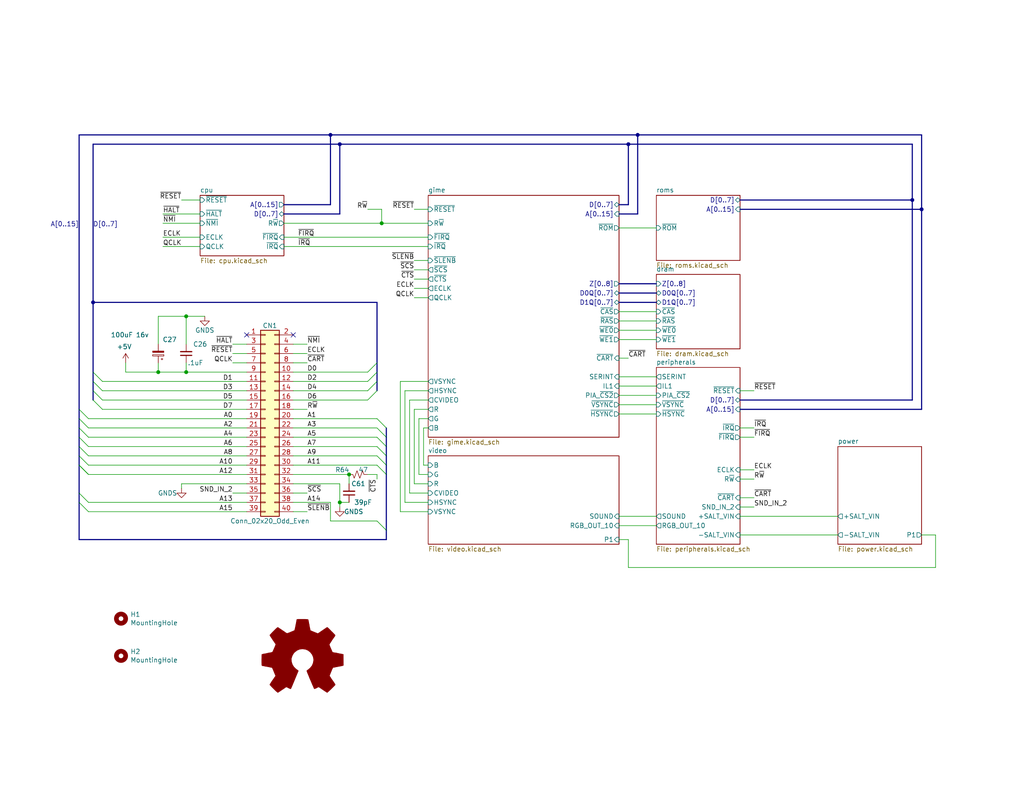
<source format=kicad_sch>
(kicad_sch (version 20230121) (generator eeschema)
  (paper "A")
  (title_block (title "TRS-80 Color Computer 3 (26-3334)") (date "2023-11-04") (rev "1.0.2") (company "Tandy Corporation") (comment 2 "& Color Computer 3 Revised Schematic (Ty Sopko).pdf") (comment 3 "Based on  Color Computer 3 Service Manual (Tandy).pdf") (comment 4 "Kicad schematic capture by Rocky Hill"))
  (lib_symbols
    (symbol "Connector_Generic:Conn_02x20_Odd_Even" (pin_names (offset 1.016) hide)
      (property "Reference" "J" (at 1.27 25.4 0))
      (property "Value" "Conn_02x20_Odd_Even" (at 1.27 -27.94 0))
      (symbol "Conn_02x20_Odd_Even_1_1"
        (rectangle (start -1.27 -25.273) (end 0 -25.527) (stroke (width 0.1524)))
        (rectangle (start -1.27 -22.733) (end 0 -22.987) (stroke (width 0.1524)))
        (rectangle (start -1.27 -20.193) (end 0 -20.447) (stroke (width 0.1524)))
        (rectangle (start -1.27 -17.653) (end 0 -17.907) (stroke (width 0.1524)))
        (rectangle (start -1.27 -15.113) (end 0 -15.367) (stroke (width 0.1524)))
        (rectangle (start -1.27 -12.573) (end 0 -12.827) (stroke (width 0.1524)))
        (rectangle (start -1.27 -10.033) (end 0 -10.287) (stroke (width 0.1524)))
        (rectangle (start -1.27 -7.493) (end 0 -7.747) (stroke (width 0.1524)))
        (rectangle (start -1.27 -4.953) (end 0 -5.207) (stroke (width 0.1524)))
        (rectangle (start -1.27 -2.413) (end 0 -2.667) (stroke (width 0.1524)))
        (rectangle (start -1.27 0.127) (end 0 -0.127) (stroke (width 0.1524)))
        (rectangle (start -1.27 2.667) (end 0 2.413) (stroke (width 0.1524)))
        (rectangle (start -1.27 5.207) (end 0 4.953) (stroke (width 0.1524)))
        (rectangle (start -1.27 7.747) (end 0 7.493) (stroke (width 0.1524)))
        (rectangle (start -1.27 10.287) (end 0 10.033) (stroke (width 0.1524)))
        (rectangle (start -1.27 12.827) (end 0 12.573) (stroke (width 0.1524)))
        (rectangle (start -1.27 15.367) (end 0 15.113) (stroke (width 0.1524)))
        (rectangle (start -1.27 17.907) (end 0 17.653) (stroke (width 0.1524)))
        (rectangle (start -1.27 20.447) (end 0 20.193) (stroke (width 0.1524)))
        (rectangle (start -1.27 22.987) (end 0 22.733) (stroke (width 0.1524)))
        (rectangle (start -1.27 24.13) (end 3.81 -26.67) (stroke (width 0.254)) (fill (type background)))
        (rectangle (start 3.81 -25.273) (end 2.54 -25.527) (stroke (width 0.1524)))
        (rectangle (start 3.81 -22.733) (end 2.54 -22.987) (stroke (width 0.1524)))
        (rectangle (start 3.81 -20.193) (end 2.54 -20.447) (stroke (width 0.1524)))
        (rectangle (start 3.81 -17.653) (end 2.54 -17.907) (stroke (width 0.1524)))
        (rectangle (start 3.81 -15.113) (end 2.54 -15.367) (stroke (width 0.1524)))
        (rectangle (start 3.81 -12.573) (end 2.54 -12.827) (stroke (width 0.1524)))
        (rectangle (start 3.81 -10.033) (end 2.54 -10.287) (stroke (width 0.1524)))
        (rectangle (start 3.81 -7.493) (end 2.54 -7.747) (stroke (width 0.1524)))
        (rectangle (start 3.81 -4.953) (end 2.54 -5.207) (stroke (width 0.1524)))
        (rectangle (start 3.81 -2.413) (end 2.54 -2.667) (stroke (width 0.1524)))
        (rectangle (start 3.81 0.127) (end 2.54 -0.127) (stroke (width 0.1524)))
        (rectangle (start 3.81 2.667) (end 2.54 2.413) (stroke (width 0.1524)))
        (rectangle (start 3.81 5.207) (end 2.54 4.953) (stroke (width 0.1524)))
        (rectangle (start 3.81 7.747) (end 2.54 7.493) (stroke (width 0.1524)))
        (rectangle (start 3.81 10.287) (end 2.54 10.033) (stroke (width 0.1524)))
        (rectangle (start 3.81 12.827) (end 2.54 12.573) (stroke (width 0.1524)))
        (rectangle (start 3.81 15.367) (end 2.54 15.113) (stroke (width 0.1524)))
        (rectangle (start 3.81 17.907) (end 2.54 17.653) (stroke (width 0.1524)))
        (rectangle (start 3.81 20.447) (end 2.54 20.193) (stroke (width 0.1524)))
        (rectangle (start 3.81 22.987) (end 2.54 22.733) (stroke (width 0.1524)))
        (pin passive line (at -5.08 22.86 0) (length 3.81) (name "Pin_1") (number "1"))
        (pin passive line (at 7.62 12.7 180) (length 3.81) (name "Pin_10") (number "10"))
        (pin passive line (at -5.08 10.16 0) (length 3.81) (name "Pin_11") (number "11"))
        (pin passive line (at 7.62 10.16 180) (length 3.81) (name "Pin_12") (number "12"))
        (pin passive line (at -5.08 7.62 0) (length 3.81) (name "Pin_13") (number "13"))
        (pin passive line (at 7.62 7.62 180) (length 3.81) (name "Pin_14") (number "14"))
        (pin passive line (at -5.08 5.08 0) (length 3.81) (name "Pin_15") (number "15"))
        (pin passive line (at 7.62 5.08 180) (length 3.81) (name "Pin_16") (number "16"))
        (pin passive line (at -5.08 2.54 0) (length 3.81) (name "Pin_17") (number "17"))
        (pin passive line (at 7.62 2.54 180) (length 3.81) (name "Pin_18") (number "18"))
        (pin passive line (at -5.08 0 0) (length 3.81) (name "Pin_19") (number "19"))
        (pin passive line (at 7.62 22.86 180) (length 3.81) (name "Pin_2") (number "2"))
        (pin passive line (at 7.62 0 180) (length 3.81) (name "Pin_20") (number "20"))
        (pin passive line (at -5.08 -2.54 0) (length 3.81) (name "Pin_21") (number "21"))
        (pin passive line (at 7.62 -2.54 180) (length 3.81) (name "Pin_22") (number "22"))
        (pin passive line (at -5.08 -5.08 0) (length 3.81) (name "Pin_23") (number "23"))
        (pin passive line (at 7.62 -5.08 180) (length 3.81) (name "Pin_24") (number "24"))
        (pin passive line (at -5.08 -7.62 0) (length 3.81) (name "Pin_25") (number "25"))
        (pin passive line (at 7.62 -7.62 180) (length 3.81) (name "Pin_26") (number "26"))
        (pin passive line (at -5.08 -10.16 0) (length 3.81) (name "Pin_27") (number "27"))
        (pin passive line (at 7.62 -10.16 180) (length 3.81) (name "Pin_28") (number "28"))
        (pin passive line (at -5.08 -12.7 0) (length 3.81) (name "Pin_29") (number "29"))
        (pin passive line (at -5.08 20.32 0) (length 3.81) (name "Pin_3") (number "3"))
        (pin passive line (at 7.62 -12.7 180) (length 3.81) (name "Pin_30") (number "30"))
        (pin passive line (at -5.08 -15.24 0) (length 3.81) (name "Pin_31") (number "31"))
        (pin passive line (at 7.62 -15.24 180) (length 3.81) (name "Pin_32") (number "32"))
        (pin passive line (at -5.08 -17.78 0) (length 3.81) (name "Pin_33") (number "33"))
        (pin passive line (at 7.62 -17.78 180) (length 3.81) (name "Pin_34") (number "34"))
        (pin passive line (at -5.08 -20.32 0) (length 3.81) (name "Pin_35") (number "35"))
        (pin passive line (at 7.62 -20.32 180) (length 3.81) (name "Pin_36") (number "36"))
        (pin passive line (at -5.08 -22.86 0) (length 3.81) (name "Pin_37") (number "37"))
        (pin passive line (at 7.62 -22.86 180) (length 3.81) (name "Pin_38") (number "38"))
        (pin passive line (at -5.08 -25.4 0) (length 3.81) (name "Pin_39") (number "39"))
        (pin passive line (at 7.62 20.32 180) (length 3.81) (name "Pin_4") (number "4"))
        (pin passive line (at 7.62 -25.4 180) (length 3.81) (name "Pin_40") (number "40"))
        (pin passive line (at -5.08 17.78 0) (length 3.81) (name "Pin_5") (number "5"))
        (pin passive line (at 7.62 17.78 180) (length 3.81) (name "Pin_6") (number "6"))
        (pin passive line (at -5.08 15.24 0) (length 3.81) (name "Pin_7") (number "7"))
        (pin passive line (at 7.62 15.24 180) (length 3.81) (name "Pin_8") (number "8"))
        (pin passive line (at -5.08 12.7 0) (length 3.81) (name "Pin_9") (number "9"))
      )
    )
    (symbol "Device:C_Small" (pin_numbers hide) (pin_names (offset 0.254) hide)
      (property "Reference" "C" (at 0.254 1.778 0))
      (property "Value" "C_Small" (at 0.254 -2.032 0))
      (symbol "C_Small_0_1"
        (polyline (pts (xy -1.524 -0.508) (xy 1.524 -0.508)) (stroke (width 0.3302)))
        (polyline (pts (xy -1.524 0.508) (xy 1.524 0.508)) (stroke (width 0.3048)))
      )
      (symbol "C_Small_1_1"
        (pin passive line (at 0 2.54 270) (length 2.032) (name "~") (number "1"))
        (pin passive line (at 0 -2.54 90) (length 2.032) (name "~") (number "2"))
      )
    )
    (symbol "Device:R_Small_US" (pin_numbers hide) (pin_names (offset 0.254) hide)
      (property "Reference" "R" (at 0.762 0.508 0))
      (property "Value" "R_Small_US" (at 0.762 -1.016 0))
      (symbol "R_Small_US_1_1"
        (polyline (pts (xy 0 0) (xy 1.016 -0.381) (xy 0 -0.762) (xy -1.016 -1.143) (xy 0 -1.524)))
        (polyline (pts (xy 0 1.524) (xy 1.016 1.143) (xy 0 0.762) (xy -1.016 0.381) (xy 0 0)))
        (pin passive line (at 0 2.54 270) (length 1.016) (name "~") (number "1"))
        (pin passive line (at 0 -2.54 90) (length 1.016) (name "~") (number "2"))
      )
    )
    (symbol "Graphic:Logo_Open_Hardware_Large" (in_bom no) (on_board no)
      (symbol "Logo_Open_Hardware_Large_1_1"
        (polyline (pts (xy 6.731 -8.7122) (xy 6.6294 -8.6614) (xy 6.35 -8.4836) (xy 5.9944 -8.255) (xy 5.5372 -7.9502) (xy 5.1054 -7.6454) (xy 4.7498 -7.4168) (xy 4.4958 -7.239) (xy 4.3942 -7.1882) (xy 4.318 -7.2136) (xy 4.1148 -7.3152) (xy 3.81 -7.4676) (xy 3.6322 -7.5692) (xy 3.3528 -7.6708) (xy 3.2258 -7.6962) (xy 3.2004 -7.6708) (xy 3.0988 -7.4676) (xy 2.9464 -7.0866) (xy 2.7178 -6.604) (xy 2.4892 -6.0452) (xy 2.2352 -5.4356) (xy 1.9558 -4.826) (xy 1.7272 -4.2164) (xy 1.4986 -3.683) (xy 1.3208 -3.2512) (xy 1.2192 -2.9464) (xy 1.1684 -2.8194) (xy 1.1938 -2.794) (xy 1.3208 -2.667) (xy 1.5748 -2.4892) (xy 2.0828 -2.0574) (xy 2.6162 -1.397) (xy 2.921 -0.6604) (xy 3.048 0.1524) (xy 2.9464 0.9144) (xy 2.6416 1.6256) (xy 2.1336 2.286) (xy 1.524 2.7686) (xy 0.8128 3.0734) (xy 0 3.175) (xy -0.762 3.0988) (xy -1.4986 2.794) (xy -2.159 2.286) (xy -2.4384 1.9812) (xy -2.8194 1.3208) (xy -3.048 0.6096) (xy -3.0734 0.4318) (xy -3.0226 -0.3556) (xy -2.794 -1.0922) (xy -2.3876 -1.7526) (xy -1.8288 -2.3114) (xy -1.7526 -2.3622) (xy -1.4732 -2.5654) (xy -1.2954 -2.6924) (xy -1.1684 -2.8194) (xy -2.159 -5.207) (xy -2.3114 -5.588) (xy -2.5908 -6.2484) (xy -2.8194 -6.8072) (xy -3.0226 -7.2644) (xy -3.1496 -7.5692) (xy -3.2258 -7.6708) (xy -3.2258 -7.6962) (xy -3.302 -7.6962) (xy -3.4798 -7.6454) (xy -3.8354 -7.4676) (xy -4.0386 -7.366) (xy -4.2926 -7.239) (xy -4.4196 -7.1882) (xy -4.5212 -7.239) (xy -4.7498 -7.3914) (xy -5.1054 -7.6454) (xy -5.5372 -7.9248) (xy -5.9436 -8.2042) (xy -6.3246 -8.4582) (xy -6.604 -8.636) (xy -6.731 -8.7122) (xy -6.7564 -8.7122) (xy -6.858 -8.636) (xy -7.0866 -8.4582) (xy -7.4168 -8.1534) (xy -7.874 -7.6962) (xy -7.9502 -7.62) (xy -8.3312 -7.239) (xy -8.636 -6.9088) (xy -8.8392 -6.6802) (xy -8.9154 -6.5786) (xy -8.9154 -6.5786) (xy -8.8392 -6.4516) (xy -8.6614 -6.1722) (xy -8.4328 -5.7912) (xy -8.128 -5.3594) (xy -7.3152 -4.191) (xy -7.7724 -3.0988) (xy -7.8994 -2.7686) (xy -8.0772 -2.3622) (xy -8.2042 -2.0828) (xy -8.255 -1.9558) (xy -8.382 -1.905) (xy -8.6614 -1.8542) (xy -9.0932 -1.7526) (xy -9.6266 -1.651) (xy -10.1092 -1.5748) (xy -10.541 -1.4732) (xy -10.8712 -1.4224) (xy -11.0236 -1.397) (xy -11.049 -1.3716) (xy -11.0744 -1.2954) (xy -11.0998 -1.143) (xy -11.0998 -0.889) (xy -11.1252 -0.4572) (xy -11.1252 0.1524) (xy -11.1252 0.2286) (xy -11.0998 0.8128) (xy -11.0998 1.27) (xy -11.0744 1.5494) (xy -11.0744 1.6764) (xy -11.0744 1.6764) (xy -10.922 1.7018) (xy -10.6172 1.778) (xy -10.16 1.8542) (xy -9.652 1.9558) (xy -9.6012 1.9812) (xy -9.0932 2.0828) (xy -8.636 2.159) (xy -8.3312 2.2352) (xy -8.2042 2.286) (xy -8.1788 2.3114) (xy -8.0772 2.5146) (xy -7.9248 2.8448) (xy -7.747 3.2512) (xy -7.5692 3.6576) (xy -7.4168 4.0386) (xy -7.3152 4.318) (xy -7.2898 4.445) (xy -7.2898 4.445) (xy -7.366 4.572) (xy -7.5438 4.826) (xy -7.7978 5.207) (xy -8.128 5.6642) (xy -8.128 5.6896) (xy -8.4328 6.1468) (xy -8.6868 6.5278) (xy -8.8392 6.7818) (xy -8.9154 6.9088) (xy -8.9154 6.9088) (xy -8.8138 7.0358) (xy -8.5852 7.2898) (xy -8.255 7.6454) (xy -7.874 8.0264) (xy -7.747 8.1534) (xy -7.3152 8.5852) (xy -7.0104 8.8646) (xy -6.8326 8.9916) (xy -6.731 9.0424) (xy -6.731 9.0424) (xy -6.604 8.9408) (xy -6.3246 8.763) (xy -5.9436 8.509) (xy -5.4864 8.2042) (xy -5.461 8.1788) (xy -5.0038 7.874) (xy -4.6482 7.62) (xy -4.3688 7.4422) (xy -4.2672 7.3914) (xy -4.2418 7.3914) (xy -4.064 7.4422) (xy -3.7338 7.5438) (xy -3.3528 7.6962) (xy -2.9464 7.874) (xy -2.5654 8.0264) (xy -2.286 8.1534) (xy -2.159 8.2296) (xy -2.159 8.2296) (xy -2.1082 8.382) (xy -2.032 8.7122) (xy -1.9304 9.1694) (xy -1.8288 9.7282) (xy -1.8034 9.8044) (xy -1.7018 10.3378) (xy -1.6256 10.7696) (xy -1.5748 11.0744) (xy -1.524 11.2014) (xy -1.4478 11.2268) (xy -1.1938 11.2522) (xy -0.8128 11.2522) (xy -0.3302 11.2522) (xy 0.1524 11.2522) (xy 0.6604 11.2522) (xy 1.0668 11.2268) (xy 1.3716 11.2014) (xy 1.4986 11.176) (xy 1.4986 11.176) (xy 1.5494 11.0236) (xy 1.6256 10.6934) (xy 1.7018 10.2108) (xy 1.8288 9.6774) (xy 1.8288 9.5758) (xy 1.9304 9.0424) (xy 2.032 8.6106) (xy 2.0828 8.3058) (xy 2.1336 8.2042) (xy 2.159 8.1788) (xy 2.3876 8.0772) (xy 2.7432 7.9248) (xy 3.175 7.747) (xy 4.191 7.3406) (xy 5.461 8.2042) (xy 5.5626 8.2804) (xy 6.0198 8.5852) (xy 6.3754 8.8392) (xy 6.6294 8.9916) (xy 6.7564 9.0424) (xy 6.7564 9.0424) (xy 6.8834 8.9408) (xy 7.1374 8.7122) (xy 7.4676 8.382) (xy 7.8486 7.9756) (xy 8.1534 7.6962) (xy 8.4836 7.3406) (xy 8.7122 7.112) (xy 8.8392 6.9596) (xy 8.8646 6.858) (xy 8.8646 6.8072) (xy 8.7884 6.6802) (xy 8.6106 6.4008) (xy 8.3312 6.0198) (xy 8.0264 5.588) (xy 7.7978 5.207) (xy 7.5184 4.8006) (xy 7.3406 4.4958) (xy 7.2898 4.3434) (xy 7.2898 4.2926) (xy 7.3914 4.0386) (xy 7.5184 3.683) (xy 7.7216 3.2258) (xy 8.1534 2.2352) (xy 8.7884 2.1082) (xy 9.1948 2.0574) (xy 9.7536 1.9304) (xy 10.2616 1.8288) (xy 11.0998 1.6764) (xy 11.1252 -1.3208) (xy 10.9982 -1.3716) (xy 10.8712 -1.397) (xy 10.5664 -1.4732) (xy 10.1346 -1.5494) (xy 9.6266 -1.651) (xy 9.1948 -1.7272) (xy 8.7376 -1.8288) (xy 8.4328 -1.8796) (xy 8.2804 -1.905) (xy 8.255 -1.9558) (xy 8.1534 -2.159) (xy 7.9756 -2.5146) (xy 7.8232 -2.921) (xy 7.6454 -3.3274) (xy 7.493 -3.7338) (xy 7.366 -4.0132) (xy 7.3406 -4.191) (xy 7.3914 -4.2926) (xy 7.5692 -4.5466) (xy 7.7978 -4.9276) (xy 8.1026 -5.3594) (xy 8.4074 -5.7912) (xy 8.6614 -6.1722) (xy 8.8138 -6.4262) (xy 8.89 -6.5532) (xy 8.8646 -6.6548) (xy 8.6868 -6.858) (xy 8.3566 -7.1882) (xy 7.874 -7.6708) (xy 7.7978 -7.747) (xy 7.3914 -8.128) (xy 7.0612 -8.4328) (xy 6.8326 -8.636) (xy 6.731 -8.7122)) (fill (type outline)))
      )
    )
    (symbol "Mechanical:MountingHole" (pin_names (offset 1.016))
      (property "Reference" "H" (at 0 5.08 0))
      (property "Value" "MountingHole" (at 0 3.175 0))
      (symbol "MountingHole_0_1"
        (circle (center 0 0) (radius 1.27) (stroke (width 1.27)))
      )
    )
    (symbol "coco3-rescue:CP_Small-Device" (pin_numbers hide) (pin_names (offset 0.254) hide)
      (property "Reference" "C" (at 0.254 1.778 0))
      (property "Value" "Device_CP_Small" (at 0.254 -2.032 0))
      (symbol "CP_Small-Device_0_1"
        (rectangle (start -1.524 -0.3048) (end 1.524 -0.6858) (fill (type outline)))
        (rectangle (start -1.524 0.6858) (end 1.524 0.3048))
        (polyline (pts (xy -1.27 1.524) (xy -0.762 1.524)))
        (polyline (pts (xy -1.016 1.27) (xy -1.016 1.778)))
      )
      (symbol "CP_Small-Device_1_1"
        (pin passive line (at 0 2.54 270) (length 1.8542) (name "~") (number "1"))
        (pin passive line (at 0 -2.54 90) (length 1.8542) (name "~") (number "2"))
      )
    )
    (symbol "power:+5V" (power) (pin_names (offset 0))
      (property "Value" "+5V" (at 0 3.556 0))
      (symbol "+5V_0_1"
        (polyline (pts (xy -0.762 1.27) (xy 0 2.54)))
        (polyline (pts (xy 0 0) (xy 0 2.54)))
        (polyline (pts (xy 0 2.54) (xy 0.762 1.27)))
      )
      (symbol "+5V_1_1"
        (pin power_in line (at 0 0 90) (length 0) hide (name "+5V") (number "1"))
      )
    )
    (symbol "power:GNDS" (power) (pin_names (offset 0))
      (property "Value" "GNDS" (at 0 -3.81 0))
      (symbol "GNDS_0_1"
        (polyline (pts (xy 0 0) (xy 0 -1.27) (xy 1.27 -1.27) (xy 0 -2.54) (xy -1.27 -1.27) (xy 0 -1.27)))
      )
      (symbol "GNDS_1_1"
        (pin power_in line (at 0 0 270) (length 0) hide (name "GNDS") (number "1"))
      )
    )
  )
  (junction (at 50.8 101.6))
  (junction (at 43.18 101.6))
  (junction (at 248.92 54.61))
  (junction (at 251.46 57.15))
  (junction (at 25.4 82.55))
  (junction (at 50.8 86.36))
  (junction (at 173.99 36.83))
  (junction (at 95.25 129.54))
  (junction (at 90.17 36.83))
  (junction (at 92.71 137.16))
  (junction (at 171.45 39.37))
  (junction (at 104.14 60.96))
  (junction (at 92.71 39.37))
  (no_connect (at 67.31 91.44))
  (no_connect (at 80.01 91.44))
  (bus_entry (at 21.59 137.16) (size 2.54 2.54))
  (bus_entry (at 27.94 104.14) (size -2.54 -2.54))
  (bus_entry (at 21.59 124.46) (size 2.54 2.54))
  (bus_entry (at 102.87 116.84) (size 2.54 2.54))
  (bus_entry (at 21.59 111.76) (size 2.54 2.54))
  (bus_entry (at 100.33 109.22) (size 2.54 -2.54))
  (bus_entry (at 27.94 111.76) (size -2.54 -2.54))
  (bus_entry (at 100.33 104.14) (size 2.54 -2.54))
  (bus_entry (at 102.87 142.24) (size 2.54 2.54))
  (bus_entry (at 21.59 134.62) (size 2.54 2.54))
  (bus_entry (at 21.59 127) (size 2.54 2.54))
  (bus_entry (at 27.94 109.22) (size -2.54 -2.54))
  (bus_entry (at 102.87 121.92) (size 2.54 2.54))
  (bus_entry (at 21.59 127) (size 2.54 2.54))
  (bus_entry (at 100.33 106.68) (size 2.54 -2.54))
  (bus_entry (at 102.87 119.38) (size 2.54 2.54))
  (bus_entry (at 21.59 121.92) (size 2.54 2.54))
  (bus_entry (at 21.59 119.38) (size 2.54 2.54))
  (bus_entry (at 102.87 114.3) (size 2.54 2.54))
  (bus_entry (at 21.59 116.84) (size 2.54 2.54))
  (bus_entry (at 102.87 124.46) (size 2.54 2.54))
  (bus_entry (at 27.94 106.68) (size -2.54 -2.54))
  (bus_entry (at 102.87 127) (size 2.54 2.54))
  (bus_entry (at 21.59 114.3) (size 2.54 2.54))
  (bus_entry (at 100.33 101.6) (size 2.54 -2.54))
  (bus (pts (xy 21.59 114.3) (xy 21.59 116.84)))
  (wire (pts (xy 92.71 137.16) (xy 92.71 138.43)))
  (bus (pts (xy 25.4 101.6) (xy 25.4 104.14)))
  (wire (pts (xy 95.25 137.16) (xy 92.71 137.16)))
  (wire (pts (xy 80.01 93.98) (xy 83.82 93.98)))
  (wire (pts (xy 179.07 107.95) (xy 168.91 107.95)))
  (wire (pts (xy 24.13 124.46) (xy 67.31 124.46)))
  (wire (pts (xy 67.31 134.62) (xy 63.5 134.62)))
  (wire (pts (xy 116.84 114.3) (xy 114.3 114.3)))
  (wire (pts (xy 228.6 146.05) (xy 201.93 146.05)))
  (wire (pts (xy 49.53 132.08) (xy 49.53 133.35)))
  (bus (pts (xy 77.47 55.88) (xy 90.17 55.88)))
  (wire (pts (xy 44.45 60.96) (xy 54.61 60.96)))
  (wire (pts (xy 116.84 81.28) (xy 113.03 81.28)))
  (wire (pts (xy 77.47 64.77) (xy 116.84 64.77)))
  (wire (pts (xy 201.93 106.68) (xy 205.74 106.68)))
  (wire (pts (xy 113.03 76.2) (xy 116.84 76.2)))
  (wire (pts (xy 102.87 129.54) (xy 102.87 130.81)))
  (bus (pts (xy 105.41 127) (xy 105.41 129.54)))
  (bus (pts (xy 21.59 127) (xy 21.59 134.62)))
  (wire (pts (xy 114.3 129.54) (xy 116.84 129.54)))
  (wire (pts (xy 251.46 146.05) (xy 255.27 146.05)))
  (bus (pts (xy 102.87 101.6) (xy 102.87 104.14)))
  (bus (pts (xy 201.93 109.22) (xy 248.92 109.22)))
  (bus (pts (xy 77.47 58.42) (xy 92.71 58.42)))
  (wire (pts (xy 205.74 130.81) (xy 201.93 130.81)))
  (wire (pts (xy 77.47 67.31) (xy 116.84 67.31)))
  (wire (pts (xy 50.8 101.6) (xy 67.31 101.6)))
  (wire (pts (xy 80.01 132.08) (xy 92.71 132.08)))
  (wire (pts (xy 109.22 104.14) (xy 109.22 139.7)))
  (wire (pts (xy 116.84 104.14) (xy 109.22 104.14)))
  (wire (pts (xy 115.57 127) (xy 116.84 127)))
  (wire (pts (xy 102.87 119.38) (xy 80.01 119.38)))
  (wire (pts (xy 34.29 101.6) (xy 43.18 101.6)))
  (wire (pts (xy 67.31 116.84) (xy 24.13 116.84)))
  (bus (pts (xy 21.59 121.92) (xy 21.59 124.46)))
  (wire (pts (xy 27.94 109.22) (xy 67.31 109.22)))
  (wire (pts (xy 34.29 101.6) (xy 34.29 99.06)))
  (wire (pts (xy 100.33 129.54) (xy 102.87 129.54)))
  (bus (pts (xy 248.92 39.37) (xy 248.92 54.61)))
  (wire (pts (xy 100.33 57.15) (xy 104.14 57.15)))
  (wire (pts (xy 113.03 132.08) (xy 116.84 132.08)))
  (wire (pts (xy 104.14 60.96) (xy 116.84 60.96)))
  (wire (pts (xy 55.88 86.36) (xy 50.8 86.36)))
  (wire (pts (xy 179.07 87.63) (xy 168.91 87.63)))
  (wire (pts (xy 80.01 116.84) (xy 102.87 116.84)))
  (wire (pts (xy 54.61 58.42) (xy 44.45 58.42)))
  (bus (pts (xy 21.59 111.76) (xy 21.59 114.3)))
  (wire (pts (xy 111.76 134.62) (xy 116.84 134.62)))
  (wire (pts (xy 104.14 57.15) (xy 104.14 60.96)))
  (bus (pts (xy 102.87 104.14) (xy 102.87 106.68)))
  (wire (pts (xy 110.49 137.16) (xy 116.84 137.16)))
  (bus (pts (xy 171.45 55.88) (xy 171.45 39.37)))
  (bus (pts (xy 105.41 144.78) (xy 105.41 147.32)))
  (wire (pts (xy 171.45 154.94) (xy 171.45 147.32)))
  (bus (pts (xy 25.4 39.37) (xy 25.4 82.55)))
  (wire (pts (xy 205.74 135.89) (xy 201.93 135.89)))
  (wire (pts (xy 77.47 60.96) (xy 104.14 60.96)))
  (wire (pts (xy 24.13 114.3) (xy 67.31 114.3)))
  (wire (pts (xy 24.13 119.38) (xy 67.31 119.38)))
  (bus (pts (xy 168.91 80.01) (xy 179.07 80.01)))
  (wire (pts (xy 171.45 147.32) (xy 168.91 147.32)))
  (bus (pts (xy 21.59 147.32) (xy 105.41 147.32)))
  (wire (pts (xy 179.07 92.71) (xy 168.91 92.71)))
  (wire (pts (xy 116.84 78.74) (xy 113.03 78.74)))
  (bus (pts (xy 105.41 121.92) (xy 105.41 124.46)))
  (bus (pts (xy 168.91 55.88) (xy 171.45 55.88)))
  (wire (pts (xy 50.8 86.36) (xy 43.18 86.36)))
  (wire (pts (xy 43.18 101.6) (xy 50.8 101.6)))
  (bus (pts (xy 90.17 36.83) (xy 173.99 36.83)))
  (wire (pts (xy 80.01 121.92) (xy 102.87 121.92)))
  (bus (pts (xy 105.41 119.38) (xy 105.41 121.92)))
  (wire (pts (xy 179.07 105.41) (xy 168.91 105.41)))
  (wire (pts (xy 80.01 104.14) (xy 100.33 104.14)))
  (wire (pts (xy 80.01 109.22) (xy 100.33 109.22)))
  (wire (pts (xy 43.18 86.36) (xy 43.18 93.98)))
  (bus (pts (xy 248.92 54.61) (xy 248.92 109.22)))
  (wire (pts (xy 80.01 127) (xy 102.87 127)))
  (bus (pts (xy 173.99 36.83) (xy 251.46 36.83)))
  (wire (pts (xy 110.49 106.68) (xy 110.49 137.16)))
  (wire (pts (xy 27.94 111.76) (xy 67.31 111.76)))
  (wire (pts (xy 116.84 73.66) (xy 113.03 73.66)))
  (wire (pts (xy 67.31 127) (xy 24.13 127)))
  (bus (pts (xy 201.93 54.61) (xy 248.92 54.61)))
  (wire (pts (xy 50.8 99.06) (xy 50.8 101.6)))
  (bus (pts (xy 105.41 129.54) (xy 105.41 144.78)))
  (bus (pts (xy 21.59 36.83) (xy 90.17 36.83)))
  (bus (pts (xy 90.17 36.83) (xy 90.17 55.88)))
  (wire (pts (xy 80.01 101.6) (xy 100.33 101.6)))
  (bus (pts (xy 102.87 82.55) (xy 25.4 82.55)))
  (wire (pts (xy 54.61 64.77) (xy 44.45 64.77)))
  (wire (pts (xy 102.87 124.46) (xy 80.01 124.46)))
  (wire (pts (xy 90.17 137.16) (xy 90.17 142.24)))
  (bus (pts (xy 21.59 116.84) (xy 21.59 119.38)))
  (wire (pts (xy 67.31 121.92) (xy 24.13 121.92)))
  (wire (pts (xy 205.74 138.43) (xy 201.93 138.43)))
  (wire (pts (xy 255.27 154.94) (xy 171.45 154.94)))
  (bus (pts (xy 102.87 82.55) (xy 102.87 99.06)))
  (bus (pts (xy 21.59 137.16) (xy 21.59 147.32)))
  (bus (pts (xy 25.4 39.37) (xy 92.71 39.37)))
  (bus (pts (xy 25.4 82.55) (xy 25.4 101.6)))
  (wire (pts (xy 116.84 106.68) (xy 110.49 106.68)))
  (bus (pts (xy 171.45 39.37) (xy 248.92 39.37)))
  (wire (pts (xy 67.31 93.98) (xy 63.5 93.98)))
  (wire (pts (xy 67.31 99.06) (xy 63.5 99.06)))
  (wire (pts (xy 92.71 132.08) (xy 92.71 137.16)))
  (wire (pts (xy 80.01 129.54) (xy 95.25 129.54)))
  (bus (pts (xy 25.4 106.68) (xy 25.4 109.22)))
  (wire (pts (xy 113.03 111.76) (xy 113.03 132.08)))
  (wire (pts (xy 67.31 137.16) (xy 24.13 137.16)))
  (bus (pts (xy 21.59 134.62) (xy 21.59 137.16)))
  (wire (pts (xy 27.94 104.14) (xy 67.31 104.14)))
  (bus (pts (xy 92.71 39.37) (xy 171.45 39.37)))
  (bus (pts (xy 168.91 77.47) (xy 179.07 77.47)))
  (wire (pts (xy 168.91 90.17) (xy 179.07 90.17)))
  (wire (pts (xy 95.25 129.54) (xy 95.25 132.08)))
  (bus (pts (xy 168.91 58.42) (xy 173.99 58.42)))
  (bus (pts (xy 251.46 36.83) (xy 251.46 57.15)))
  (wire (pts (xy 179.07 143.51) (xy 168.91 143.51)))
  (bus (pts (xy 201.93 111.76) (xy 251.46 111.76)))
  (bus (pts (xy 21.59 119.38) (xy 21.59 121.92)))
  (wire (pts (xy 43.18 99.06) (xy 43.18 101.6)))
  (wire (pts (xy 24.13 139.7) (xy 67.31 139.7)))
  (wire (pts (xy 80.01 96.52) (xy 83.82 96.52)))
  (wire (pts (xy 80.01 99.06) (xy 83.82 99.06)))
  (wire (pts (xy 179.07 140.97) (xy 168.91 140.97)))
  (wire (pts (xy 109.22 139.7) (xy 116.84 139.7)))
  (wire (pts (xy 90.17 142.24) (xy 102.87 142.24)))
  (wire (pts (xy 67.31 96.52) (xy 63.5 96.52)))
  (wire (pts (xy 179.07 113.03) (xy 168.91 113.03)))
  (wire (pts (xy 201.93 128.27) (xy 205.74 128.27)))
  (bus (pts (xy 92.71 39.37) (xy 92.71 58.42)))
  (wire (pts (xy 179.07 102.87) (xy 168.91 102.87)))
  (wire (pts (xy 116.84 71.12) (xy 113.03 71.12)))
  (bus (pts (xy 173.99 58.42) (xy 173.99 36.83)))
  (wire (pts (xy 116.84 57.15) (xy 113.03 57.15)))
  (bus (pts (xy 179.07 82.55) (xy 168.91 82.55)))
  (wire (pts (xy 168.91 62.23) (xy 179.07 62.23)))
  (wire (pts (xy 83.82 111.76) (xy 80.01 111.76)))
  (wire (pts (xy 80.01 106.68) (xy 100.33 106.68)))
  (wire (pts (xy 24.13 129.54) (xy 67.31 129.54)))
  (wire (pts (xy 102.87 114.3) (xy 80.01 114.3)))
  (wire (pts (xy 80.01 139.7) (xy 83.82 139.7)))
  (wire (pts (xy 49.53 132.08) (xy 67.31 132.08)))
  (wire (pts (xy 50.8 86.36) (xy 50.8 93.98)))
  (wire (pts (xy 116.84 111.76) (xy 113.03 111.76)))
  (wire (pts (xy 205.74 119.38) (xy 201.93 119.38)))
  (wire (pts (xy 80.01 134.62) (xy 83.82 134.62)))
  (wire (pts (xy 201.93 116.84) (xy 205.74 116.84)))
  (wire (pts (xy 115.57 116.84) (xy 115.57 127)))
  (wire (pts (xy 116.84 116.84) (xy 115.57 116.84)))
  (wire (pts (xy 171.45 97.79) (xy 168.91 97.79)))
  (bus (pts (xy 251.46 57.15) (xy 251.46 111.76)))
  (wire (pts (xy 27.94 106.68) (xy 67.31 106.68)))
  (wire (pts (xy 44.45 67.31) (xy 54.61 67.31)))
  (wire (pts (xy 168.91 85.09) (xy 179.07 85.09)))
  (wire (pts (xy 168.91 110.49) (xy 179.07 110.49)))
  (wire (pts (xy 255.27 146.05) (xy 255.27 154.94)))
  (wire (pts (xy 114.3 114.3) (xy 114.3 129.54)))
  (wire (pts (xy 54.61 54.61) (xy 49.53 54.61)))
  (bus (pts (xy 201.93 57.15) (xy 251.46 57.15)))
  (wire (pts (xy 116.84 109.22) (xy 111.76 109.22)))
  (bus (pts (xy 102.87 99.06) (xy 102.87 101.6)))
  (bus (pts (xy 105.41 124.46) (xy 105.41 127)))
  (bus (pts (xy 105.41 116.84) (xy 105.41 119.38)))
  (bus (pts (xy 25.4 104.14) (xy 25.4 106.68)))
  (wire (pts (xy 201.93 140.97) (xy 228.6 140.97)))
  (bus (pts (xy 21.59 124.46) (xy 21.59 127)))
  (wire (pts (xy 111.76 109.22) (xy 111.76 134.62)))
  (wire (pts (xy 80.01 137.16) (xy 90.17 137.16)))
  (bus (pts (xy 21.59 36.83) (xy 21.59 111.76)))
  (label "R~{W}" (at 100.33 57.15 180))
  (label "~{CART}" (at 205.74 135.89 0))
  (label "A13" (at 63.5 137.16 180))
  (label "A11" (at 83.82 127 0))
  (label "A15" (at 63.5 139.7 180))
  (label "~{CTS}" (at 102.87 130.81 270))
  (label "D4" (at 83.82 106.68 0))
  (label "A0" (at 63.5 114.3 180))
  (label "~{RESET}" (at 205.74 106.68 0))
  (label "A[0..15]" (at 21.59 62.23 180))
  (label "~{RESET}" (at 113.03 57.15 180))
  (label "QCLK" (at 113.03 81.28 180))
  (label "A10" (at 63.5 127 180))
  (label "~{NMI}" (at 44.45 60.96 0))
  (label "A7" (at 83.82 121.92 0))
  (label "~{RESET}" (at 49.53 54.61 180))
  (label "A6" (at 63.5 121.92 180))
  (label "A1" (at 83.82 114.3 0))
  (label "QCLK" (at 44.45 67.31 0))
  (label "~{HALT}" (at 63.5 93.98 180))
  (label "SND_IN_2" (at 205.74 138.43 0))
  (label "A4" (at 63.5 119.38 180))
  (label "~{SLENB}" (at 83.82 139.7 0))
  (label "~{IRQ}" (at 81.28 67.31 0))
  (label "ECLK" (at 44.45 64.77 0))
  (label "A8" (at 63.5 124.46 180))
  (label "QCLK" (at 63.5 99.06 180))
  (label "~{FIRQ}" (at 81.28 64.77 0))
  (label "~{CART}" (at 83.82 99.06 0))
  (label "A14" (at 83.82 137.16 0))
  (label "D3" (at 63.5 106.68 180))
  (label "ECLK" (at 205.74 128.27 0))
  (label "~{FIRQ}" (at 205.74 119.38 0))
  (label "~{IRQ}" (at 205.74 116.84 0))
  (label "A2" (at 63.5 116.84 180))
  (label "~{CTS}" (at 113.03 76.2 180))
  (label "A12" (at 63.5 129.54 180))
  (label "D2" (at 83.82 104.14 0))
  (label "~{RESET}" (at 63.5 96.52 180))
  (label "D5" (at 63.5 109.22 180))
  (label "A5" (at 83.82 119.38 0))
  (label "ECLK" (at 83.82 96.52 0))
  (label "~{NMI}" (at 83.82 93.98 0))
  (label "~{SCS}" (at 83.82 134.62 0))
  (label "ECLK" (at 113.03 78.74 180))
  (label "D7" (at 63.5 111.76 180))
  (label "D1" (at 63.5 104.14 180))
  (label "A3" (at 83.82 116.84 0))
  (label "D0" (at 83.82 101.6 0))
  (label "SND_IN_2" (at 63.5 134.62 180))
  (label "~{HALT}" (at 44.45 58.42 0))
  (label "~{SCS}" (at 113.03 73.66 180))
  (label "R~{W}" (at 83.82 111.76 0))
  (label "~{CART}" (at 171.45 97.79 0))
  (label "A9" (at 83.82 124.46 0))
  (label "~{SLENB}" (at 113.03 71.12 180))
  (label "D[0..7]" (at 25.4 62.23 0))
  (label "R~{W}" (at 205.74 130.81 0))
  (label "D6" (at 83.82 109.22 0))
  (symbol (lib_id "Graphic:Logo_Open_Hardware_Large") (at 82.55 180.34 0) (unit 1)
    (property "Reference" "#LOGO1001" (effects hide))
    (property "Value" "Logo_Open_Hardware_Large" (effects hide))
  )
  (symbol (lib_id "Connector_Generic:Conn_02x20_Odd_Even") (at 72.39 114.3 0) (unit 1)
    (property "Reference" "CN1" (at 73.66 88.9 0))
    (property "Value" "Conn_02x20_Odd_Even" (at 73.66 142.24 0))
    (property "Footprint" "coco2:CARTRIDGE_CONNECTOR" (effects hide))
    (property "Vendor" "digikey" (effects hide))
    (property "Vendor part#" "S9672-ND" (effects hide))
    (property "Manufacturer part#" "EBC20DRAS" (effects hide))
  )
  (symbol (lib_id "power:+5V") (at 34.29 99.06 0) (mirror y) (unit 1)
    (property "Reference" "#PWR01003" (effects hide))
    (property "Value" "+5V" (at 33.909 94.6658 0))
  )
  (symbol (lib_id "Device:C_Small") (at 50.8 96.52 180) (unit 1)
    (property "Reference" "C26" (at 54.61 93.98 0))
    (property "Value" ".1uF" (at 53.34 99.06 0))
    (property "Footprint" "Capacitor_THT:C_Disc_D4.7mm_W2.5mm_P5.00mm" (effects hide))
    (property "Datasheet" " https://product.tdk.com/info/en/catalog/datasheets/leadmlcc_halogenfree_fg_en.pdf?ref_disty=digikey" (effects hide))
    (property "Vendor" "digikey" (effects hide))
    (property "Vendor part#" "445-173474-1-ND" (effects hide))
    (property "Manufacturer part#" "FG28C0G1H103JNT06" (effects hide))
  )
  (symbol (lib_id "power:GNDS") (at 49.53 133.35 0) (unit 1)
    (property "Reference" "#PWR01004" (effects hide))
    (property "Value" "GNDS" (at 45.72 134.62 0))
  )
  (symbol (lib_id "power:GNDS") (at 92.71 138.43 0) (mirror y) (unit 1)
    (property "Reference" "#PWR01005" (effects hide))
    (property "Value" "GNDS" (at 96.52 139.7 0))
  )
  (symbol (lib_id "power:GNDS") (at 55.88 86.36 0) (unit 1)
    (property "Reference" "#PWR01001" (effects hide))
    (property "Value" "GNDS" (at 55.88 90.17 0))
  )
  (symbol (lib_id "Mechanical:MountingHole") (at 33.02 168.91 0) (unit 1)
    (property "Reference" "H1" (at 35.56 167.7416 0) (effects (justify left)))
    (property "Value" "MountingHole" (at 35.56 170.053 0) (effects (justify left)))
    (property "Footprint" "coco2:MountingHole_3.5mm" (effects hide))
  )
  (symbol (lib_id "Mechanical:MountingHole") (at 33.02 179.07 0) (unit 1)
    (property "Reference" "H2" (at 35.56 177.9016 0) (effects (justify left)))
    (property "Value" "MountingHole" (at 35.56 180.213 0) (effects (justify left)))
    (property "Footprint" "coco2:MountingHole_3.5mm" (effects hide))
  )
  (symbol (lib_id "coco3-rescue:CP_Small-Device") (at 43.18 96.52 180) (unit 1)
    (property "Reference" "C27" (at 48.26 92.71 0) (effects (justify left)))
    (property "Value" "100uF 16v" (at 40.64 91.44 0) (effects (justify left)))
    (property "Footprint" "Capacitor_THT:CP_Radial_D8.0mm_P5.00mm" (effects hide))
    (property "Datasheet" "http://nichicon-us.com/english/products/pdfs/e-uvz.pdf" (effects hide))
    (property "Vendor" "digikey" (effects hide))
    (property "Vendor part#" "493-17434-1-ND" (effects hide))
    (property "Manufacturer part#" "UST1C101MDD1TA" (effects hide))
  )
  (symbol (lib_id "Device:C_Small") (at 95.25 134.62 0) (mirror x) (unit 1)
    (property "Reference" "C61" (at 97.79 132.08 0))
    (property "Value" "39pF" (at 99.06 137.16 0))
    (property "Footprint" "Capacitor_THT:C_Disc_D4.7mm_W2.5mm_P5.00mm" (effects hide))
    (property "Datasheet" " https://www.vishay.com/docs/45171/kseries.pdf" (effects hide))
    (property "Vendor" "digikey" (effects hide))
    (property "Vendor part#" "BC1008CT-ND" (effects hide))
    (property "Manufacturer part#" "K390J15C0GF5TL2" (effects hide))
  )
  (symbol (lib_id "Device:R_Small_US") (at 97.79 129.54 270) (mirror x) (unit 1)
    (property "Reference" "R64" (at 91.44 128.27 90) (effects (justify left)))
    (property "Value" "47" (at 97.79 128.27 90) (effects (justify left)))
    (property "Footprint" "Resistor_THT:R_Axial_DIN0207_L6.3mm_D2.5mm_P10.16mm_Horizontal" (effects hide))
    (property "Datasheet" "https://www.seielect.com/catalog/sei-cf_cfm.pdf" (effects hide))
    (property "Vendor" "digikey" (effects hide))
    (property "Vendor part#" "CF14JT47R0CT-ND" (effects hide))
    (property "Manufacturer part#" "CF14JT47R0" (effects hide))
  )
  (sheet (at 54.61 53.34) (size 22.86 16.51)
    (property "Sheetname" "cpu" (at 54.61 52.6284 0) (effects (justify left bottom)))
    (property "Sheetfile" "cpu.kicad_sch" (at 54.61 70.4346 0) (effects (justify left top)))
    (pin "~{NMI}" input (at 54.61 60.96 180))
    (pin "~{IRQ}" input (at 77.47 67.31 0))
    (pin "~{FIRQ}" input (at 77.47 64.77 0))
    (pin "~{HALT}" input (at 54.61 58.42 180))
    (pin "R~{W}" output (at 77.47 60.96 0))
    (pin "~{RESET}" input (at 54.61 54.61 180))
    (pin "A[0..15]" output (at 77.47 55.88 0))
    (pin "D[0..7]" bidirectional (at 77.47 58.42 0))
    (pin "ECLK" input (at 54.61 64.77 180))
    (pin "QCLK" input (at 54.61 67.31 180))
  )
  (sheet (at 228.6 121.92) (size 22.86 26.67)
    (property "Sheetname" "power" (at 228.6 121.2084 0) (effects (justify left bottom)))
    (property "Sheetfile" "power.kicad_sch" (at 228.6 149.1746 0) (effects (justify left top)))
    (pin "-SALT_VIN" output (at 228.6 146.05 180))
    (pin "+SALT_VIN" output (at 228.6 140.97 180))
    (pin "P1" output (at 251.46 146.05 0))
  )
  (sheet (at 179.07 53.34) (size 22.86 17.78)
    (property "Sheetname" "roms" (at 179.07 52.6284 0) (effects (justify left bottom)))
    (property "Sheetfile" "roms.kicad_sch" (at 179.07 71.7046 0) (effects (justify left top)))
    (pin "D[0..7]" bidirectional (at 201.93 54.61 0))
    (pin "~{ROM}" input (at 179.07 62.23 180))
    (pin "A[0..15]" input (at 201.93 57.15 0))
  )
  (sheet (at 179.07 100.33) (size 22.86 48.26)
    (property "Sheetname" "peripherals" (at 179.07 99.6184 0) (effects (justify left bottom)))
    (property "Sheetfile" "peripherals.kicad_sch" (at 179.07 149.1746 0) (effects (justify left top)))
    (pin "-SALT_VIN" input (at 201.93 146.05 0))
    (pin "+SALT_VIN" input (at 201.93 140.97 0))
    (pin "D[0..7]" bidirectional (at 201.93 109.22 0))
    (pin "R~{W}" input (at 201.93 130.81 0))
    (pin "~{IRQ}" output (at 201.93 116.84 0))
    (pin "~{RESET}" input (at 201.93 106.68 0))
    (pin "A[0..15]" input (at 201.93 111.76 0))
    (pin "~{CART}" input (at 201.93 135.89 0))
    (pin "~{FIRQ}" output (at 201.93 119.38 0))
    (pin "SERINT" output (at 179.07 102.87 180))
    (pin "RGB_OUT_10" output (at 179.07 143.51 180))
    (pin "PIA_~{CS2}" input (at 179.07 107.95 180))
    (pin "ECLK" input (at 201.93 128.27 0))
    (pin "IL1" output (at 179.07 105.41 180))
    (pin "SND_IN_2" input (at 201.93 138.43 0))
    (pin "~{VSYNC}" input (at 179.07 110.49 180))
    (pin "~{HSYNC}" input (at 179.07 113.03 180))
    (pin "SOUND" output (at 179.07 140.97 180))
  )
  (sheet (at 179.07 74.93) (size 22.86 20.32)
    (property "Sheetname" "dram" (at 179.07 74.2184 0) (effects (justify left bottom)))
    (property "Sheetfile" "dram.kicad_sch" (at 179.07 95.8346 0) (effects (justify left top)))
    (pin "~{RAS}" input (at 179.07 87.63 180))
    (pin "~{CAS}" input (at 179.07 85.09 180))
    (pin "~{WE0}" input (at 179.07 90.17 180))
    (pin "~{WE1}" input (at 179.07 92.71 180))
    (pin "Z[0..8]" input (at 179.07 77.47 180))
    (pin "D0Q[0..7]" bidirectional (at 179.07 80.01 180))
    (pin "D1Q[0..7]" bidirectional (at 179.07 82.55 180))
  )
  (sheet (at 116.84 53.34) (size 52.07 66.04)
    (property "Sheetname" "gime" (at 116.84 52.6284 0) (effects (justify left bottom)))
    (property "Sheetfile" "gime.kicad_sch" (at 116.84 119.9646 0) (effects (justify left top)))
    (pin "~{RESET}" input (at 116.84 57.15 180))
    (pin "R~{W}" input (at 116.84 60.96 180))
    (pin "D0Q[0..7]" bidirectional (at 168.91 80.01 0))
    (pin "D1Q[0..7]" bidirectional (at 168.91 82.55 0))
    (pin "Z[0..8]" output (at 168.91 77.47 0))
    (pin "D[0..7]" bidirectional (at 168.91 55.88 0))
    (pin "A[0..15]" input (at 168.91 58.42 0))
    (pin "R" output (at 116.84 111.76 180))
    (pin "G" output (at 116.84 114.3 180))
    (pin "B" output (at 116.84 116.84 180))
    (pin "CVIDEO" output (at 116.84 109.22 180))
    (pin "SERINT" input (at 168.91 102.87 0))
    (pin "IL1" input (at 168.91 105.41 0))
    (pin "~{CART}" input (at 168.91 97.79 0))
    (pin "~{SLENB}" input (at 116.84 71.12 180))
    (pin "~{SCS}" output (at 116.84 73.66 180))
    (pin "~{CTS}" output (at 116.84 76.2 180))
    (pin "~{ROM}" output (at 168.91 62.23 0))
    (pin "PIA_~{CS2}" output (at 168.91 107.95 0))
    (pin "ECLK" output (at 116.84 78.74 180))
    (pin "QCLK" output (at 116.84 81.28 180))
    (pin "VSYNC" output (at 116.84 104.14 180))
    (pin "HSYNC" output (at 116.84 106.68 180))
    (pin "~{WE0}" output (at 168.91 90.17 0))
    (pin "~{WE1}" output (at 168.91 92.71 0))
    (pin "~{CAS}" output (at 168.91 85.09 0))
    (pin "~{RAS}" output (at 168.91 87.63 0))
    (pin "~{VSYNC}" output (at 168.91 110.49 0))
    (pin "~{HSYNC}" output (at 168.91 113.03 0))
    (pin "~{IRQ}" input (at 116.84 67.31 180))
    (pin "~{FIRQ}" input (at 116.84 64.77 180))
  )
  (sheet (at 116.84 124.46) (size 52.07 24.13)
    (property "Sheetname" "video" (at 116.84 123.7484 0) (effects (justify left bottom)))
    (property "Sheetfile" "video.kicad_sch" (at 116.84 149.1746 0) (effects (justify left top)))
    (pin "RGB_OUT_10" input (at 168.91 143.51 0))
    (pin "CVIDEO" input (at 116.84 134.62 180))
    (pin "R" input (at 116.84 132.08 180))
    (pin "G" input (at 116.84 129.54 180))
    (pin "B" input (at 116.84 127 180))
    (pin "HSYNC" input (at 116.84 137.16 180))
    (pin "VSYNC" input (at 116.84 139.7 180))
    (pin "SOUND" input (at 168.91 140.97 0))
    (pin "P1" input (at 168.91 147.32 0))
  )
)
</source>
